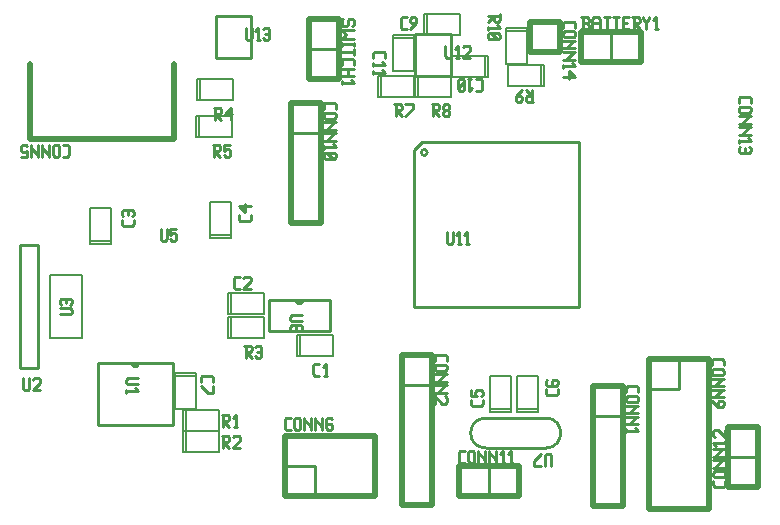
<source format=gbr>
G04 start of page 7 for group -4079 idx -4079
G04 Title: (unknown), topsilk *
G04 Creator: pcb 20070912 *
G04 CreationDate: Fri Dec  7 19:10:14 2007 UTC *
G04 For: sean *
G04 Format: Gerber/RS-274X *
G04 PCB-Dimensions: 260000 170000 *
G04 PCB-Coordinate-Origin: lower left *
%MOIN*%
%FSLAX24Y24*%
%LNFRONTSILK*%
%ADD11C,0.0100*%
%ADD12C,0.0200*%
%ADD42C,0.0080*%
%ADD43C,0.0060*%
G54D11*X10500Y13000D02*Y14000D01*
X9500Y13000D02*X10500D01*
G54D12*Y14000D02*X9500D01*
X10500Y10000D02*Y14000D01*
X9500Y10000D02*X10500D01*
X9500Y14000D02*Y10000D01*
G54D42*X6460Y13560D02*Y12860D01*
X7560Y13560D02*X6360D01*
X7560Y12860D02*Y13560D01*
X6360Y12860D02*X7560D01*
X6360Y13560D02*Y12860D01*
X6490Y14790D02*Y14090D01*
X7590Y14790D02*X6390D01*
X7590Y14090D02*Y14790D01*
X6390Y14090D02*X7590D01*
X6390Y14790D02*Y14090D01*
X6820Y9600D02*X7520D01*
X6820Y10700D02*Y9500D01*
Y10700D02*X7520D01*
Y9500D01*
X6820D02*X7520D01*
G54D43*X1475Y6165D02*X2538D01*
Y8251D02*Y6165D01*
X1475Y8251D02*X2538D01*
X1475D02*Y6165D01*
G54D11*X1080Y9260D02*X480D01*
X1080Y5160D02*Y9260D01*
X480Y5160D02*X1080D01*
X480Y9260D02*Y5160D01*
G54D12*X800Y15300D02*Y12800D01*
X5600Y15300D02*Y12800D01*
X800D02*X5600D01*
G54D42*X2820Y9400D02*X3520D01*
X2820Y10500D02*Y9300D01*
Y10500D02*X3520D01*
Y9300D01*
X2820D02*X3520D01*
X14050Y16960D02*Y16260D01*
X15150Y16960D02*X13950D01*
X15150Y16260D02*Y16960D01*
X13950Y16260D02*X15150D01*
X13950Y16960D02*Y16260D01*
X13760Y14900D02*Y14200D01*
X14860Y14900D02*X13660D01*
X14860Y14200D02*Y14900D01*
X13660Y14200D02*X14860D01*
X13660Y14900D02*Y14200D01*
X12900Y16150D02*X13600D01*
Y16250D02*Y15050D01*
X12900D02*X13600D01*
X12900Y16250D02*Y15050D01*
Y16250D02*X13600D01*
X12500Y14900D02*Y14200D01*
X13600Y14900D02*X12400D01*
X13600Y14200D02*Y14900D01*
X12400Y14200D02*X13600D01*
X12400Y14900D02*Y14200D01*
G54D11*X11100Y15800D02*Y16800D01*
X10100Y15800D02*X11100D01*
G54D12*Y16800D02*X10100D01*
X11100Y14800D02*Y16800D01*
X10100Y14800D02*X11100D01*
X10100Y16800D02*Y14800D01*
G54D42*X15980Y15560D02*Y14860D01*
X14880D02*X16080D01*
X14880Y15560D02*Y14860D01*
Y15560D02*X16080D01*
Y14860D01*
G54D11*X7000Y16900D02*Y15510D01*
X8180D01*
Y16900D01*
X7000D01*
G54D42*X16690Y16510D02*X17390D01*
X16690D02*Y15310D01*
X17390D01*
Y16510D02*Y15310D01*
X16690Y16410D02*X17390D01*
G54D11*X19190Y16360D02*X20190D01*
Y15360D01*
G54D12*X19190Y16360D02*Y15360D01*
Y16360D02*X21190D01*
Y15360D01*
X19190D02*X21190D01*
G54D42*X17950Y15260D02*Y14560D01*
X16750Y15260D02*X17950D01*
X16750D02*Y14560D01*
X17950D01*
X17850Y15260D02*Y14560D01*
G54D12*X17480Y16710D02*Y15710D01*
X18480D01*
Y16710D01*
X17480D01*
G54D11*Y15710D02*X18480D01*
Y16710D01*
X13600Y12420D02*X13880Y12700D01*
X13600Y7190D02*Y12420D01*
X19110Y7190D02*X13600D01*
X19110Y12700D02*Y7190D01*
X13880Y12700D02*X19110D01*
X13850Y12350D02*G75*G03X13850Y12350I100J0D01*G01*
X13650Y16300D02*Y14910D01*
X14830D01*
Y16300D01*
X13650D01*
X3070Y3280D02*Y5320D01*
X5570Y3280D02*X3070D01*
X5570Y5320D02*Y3280D01*
X4200Y5320D02*X5570D01*
X3070D02*X4440D01*
X4200D02*G75*G03X4440Y5320I120J0D01*G01*
G54D42*X6000Y3050D02*Y2350D01*
X7100Y3050D02*X5900D01*
X7100Y2350D02*Y3050D01*
X5900Y2350D02*X7100D01*
X5900Y3050D02*Y2350D01*
X6000Y3750D02*Y3050D01*
X7100Y3750D02*X5900D01*
X7100Y3050D02*Y3750D01*
X5900Y3050D02*X7100D01*
X5900Y3750D02*Y3050D01*
X5650Y4900D02*X6350D01*
Y5000D02*Y3800D01*
X5650D02*X6350D01*
X5650Y5000D02*Y3800D01*
Y5000D02*X6350D01*
X7500Y7650D02*Y6950D01*
X8600Y7650D02*X7400D01*
X8600Y6950D02*Y7650D01*
X7400Y6950D02*X8600D01*
X7400Y7650D02*Y6950D01*
G54D11*X22440Y4450D02*Y5450D01*
X21440Y4450D02*X22440D01*
G54D12*X23440Y5450D02*X21440D01*
X23440Y450D02*Y5450D01*
X21440Y450D02*X23440D01*
X21440Y5450D02*Y450D01*
G54D11*X20590Y3550D02*Y4550D01*
X19590Y3550D02*X20590D01*
G54D12*Y4550D02*X19590D01*
X20590Y550D02*Y4550D01*
X19590Y550D02*X20590D01*
X19590Y4550D02*Y550D01*
G54D11*X8770Y6400D02*Y7420D01*
X10820Y6400D02*X8770D01*
X10820Y7420D02*Y6400D01*
X9670Y7420D02*X10820D01*
X8770D02*X9910D01*
X9670D02*G75*G03X9910Y7420I120J0D01*G01*
G54D42*X7500Y6850D02*Y6150D01*
X8600Y6850D02*X7400D01*
X8600Y6150D02*Y6850D01*
X7400Y6150D02*X8600D01*
X7400Y6850D02*Y6150D01*
X9800Y6250D02*Y5550D01*
X10900Y6250D02*X9700D01*
X10900Y5550D02*Y6250D01*
X9700Y5550D02*X10900D01*
X9700Y6250D02*Y5550D01*
G54D11*X9300Y1900D02*X10300D01*
Y900D01*
G54D12*X9300Y2900D02*Y900D01*
Y2900D02*X12300D01*
Y900D01*
X9300D02*X12300D01*
G54D11*X24090Y2200D02*Y1200D01*
Y2200D02*X25090D01*
G54D12*X24090Y1200D02*X25090D01*
X24090Y3200D02*Y1200D01*
Y3200D02*X25090D01*
Y1200D01*
G54D11*X14200Y4600D02*Y5600D01*
X13200Y4600D02*X14200D01*
G54D12*Y5600D02*X13200D01*
X14200Y600D02*Y5600D01*
X13200Y600D02*X14200D01*
X13200Y5600D02*Y600D01*
G54D11*X15100Y1900D02*X16100D01*
Y900D01*
G54D12*X15100Y1900D02*Y900D01*
Y1900D02*X17100D01*
Y900D01*
X15100D02*X17100D01*
G54D11*X16000Y3500D02*X18000D01*
X16000Y2500D02*X18000D01*
X16000Y3500D02*G75*G03X16000Y2500I0J-500D01*G01*
X18000D02*G75*G03X18000Y3500I0J500D01*G01*
G54D42*X17050Y3800D02*X17750D01*
X17050Y4900D02*Y3700D01*
Y4900D02*X17750D01*
Y3700D01*
X17050D02*X17750D01*
X16150Y3800D02*X16850D01*
X16150Y4900D02*Y3700D01*
Y4900D02*X16850D01*
Y3700D01*
X16150D02*X16850D01*
G54D11*X1810Y6960D02*X2160D01*
X2210Y7010D01*
Y7110D02*Y7010D01*
Y7110D02*X2160Y7160D01*
X1810D02*X2160D01*
X1860Y7280D02*X1810Y7330D01*
Y7430D02*Y7330D01*
Y7430D02*X1860Y7480D01*
X2160D01*
X2210Y7430D02*X2160Y7480D01*
X2210Y7430D02*Y7330D01*
X2160Y7280D02*X2210Y7330D01*
X2010Y7480D02*Y7330D01*
X580Y4820D02*Y4470D01*
X630Y4420D01*
X730D01*
X780Y4470D01*
Y4820D02*Y4470D01*
X900Y4770D02*X950Y4820D01*
X1100D01*
X1150Y4770D01*
Y4670D01*
X900Y4420D02*X1150Y4670D01*
X900Y4420D02*X1150D01*
X4070Y4820D02*X4420D01*
X4070D02*X4020Y4770D01*
Y4670D01*
X4070Y4620D01*
X4420D01*
X4020Y4449D02*Y4349D01*
Y4399D02*X4420D01*
X4320Y4499D02*X4420Y4399D01*
X9540Y6920D02*X9890D01*
X9540D02*X9490Y6870D01*
Y6770D01*
X9540Y6720D01*
X9890D01*
Y6449D02*X9840Y6399D01*
X9890Y6549D02*Y6449D01*
X9840Y6599D02*X9890Y6549D01*
X9540Y6599D02*X9840D01*
X9540D02*X9490Y6549D01*
X9690Y6449D02*X9640Y6399D01*
X9690Y6599D02*Y6449D01*
X9490Y6549D02*Y6449D01*
X9540Y6399D01*
X9640D01*
X7200Y2900D02*X7400D01*
X7450Y2850D01*
Y2750D01*
X7400Y2700D02*X7450Y2750D01*
X7250Y2700D02*X7400D01*
X7250Y2900D02*Y2500D01*
Y2700D02*X7450Y2500D01*
X7570Y2850D02*X7620Y2900D01*
X7770D01*
X7820Y2850D01*
Y2750D01*
X7570Y2500D02*X7820Y2750D01*
X7570Y2500D02*X7820D01*
X7950Y5900D02*X8150D01*
X8200Y5850D01*
Y5750D01*
X8150Y5700D02*X8200Y5750D01*
X8000Y5700D02*X8150D01*
X8000Y5900D02*Y5500D01*
Y5700D02*X8200Y5500D01*
X8320Y5850D02*X8370Y5900D01*
X8470D01*
X8520Y5850D01*
Y5550D01*
X8470Y5500D02*X8520Y5550D01*
X8370Y5500D02*X8470D01*
X8320Y5550D02*X8370Y5500D01*
Y5700D02*X8520D01*
X7200Y3600D02*X7400D01*
X7450Y3550D01*
Y3450D01*
X7400Y3400D02*X7450Y3450D01*
X7250Y3400D02*X7400D01*
X7250Y3600D02*Y3200D01*
Y3400D02*X7450Y3200D01*
X7620D02*X7720D01*
X7670Y3600D02*Y3200D01*
X7570Y3500D02*X7670Y3600D01*
X6500Y4850D02*Y4700D01*
X6550Y4900D02*X6500Y4850D01*
X6550Y4900D02*X6850D01*
X6900Y4850D01*
Y4700D01*
X6500Y4579D02*X6750Y4329D01*
X6900D01*
Y4579D02*Y4329D01*
X10300Y4900D02*X10450D01*
X10250Y4950D02*X10300Y4900D01*
X10250Y5250D02*Y4950D01*
Y5250D02*X10300Y5300D01*
X10450D01*
X10620Y4900D02*X10720D01*
X10670Y5300D02*Y4900D01*
X10570Y5200D02*X10670Y5300D01*
X9350Y3100D02*X9500D01*
X9300Y3150D02*X9350Y3100D01*
X9300Y3450D02*Y3150D01*
Y3450D02*X9350Y3500D01*
X9500D01*
X9620Y3450D02*Y3150D01*
Y3450D02*X9670Y3500D01*
X9770D01*
X9820Y3450D01*
Y3150D01*
X9770Y3100D02*X9820Y3150D01*
X9670Y3100D02*X9770D01*
X9620Y3150D02*X9670Y3100D01*
X9940Y3500D02*Y3100D01*
Y3500D02*Y3450D01*
X10190Y3200D01*
Y3500D02*Y3100D01*
X10310Y3500D02*Y3100D01*
Y3500D02*Y3450D01*
X10560Y3200D01*
Y3500D02*Y3100D01*
X10830Y3500D02*X10880Y3450D01*
X10730Y3500D02*X10830D01*
X10680Y3450D02*X10730Y3500D01*
X10680Y3450D02*Y3150D01*
X10730Y3100D01*
X10830Y3300D02*X10880Y3250D01*
X10680Y3300D02*X10830D01*
X10730Y3100D02*X10830D01*
X10880Y3150D01*
Y3250D02*Y3150D01*
X7650Y7800D02*X7800D01*
X7600Y7850D02*X7650Y7800D01*
X7600Y8150D02*Y7850D01*
Y8150D02*X7650Y8200D01*
X7800D01*
X7920Y8150D02*X7970Y8200D01*
X8120D01*
X8170Y8150D01*
Y8050D01*
X7920Y7800D02*X8170Y8050D01*
X7920Y7800D02*X8170D01*
X13220Y16460D02*X13370D01*
X13170Y16510D02*X13220Y16460D01*
X13170Y16810D02*Y16510D01*
Y16810D02*X13220Y16860D01*
X13370D01*
X13490Y16460D02*X13690Y16660D01*
Y16810D02*Y16660D01*
X13640Y16860D02*X13690Y16810D01*
X13540Y16860D02*X13640D01*
X13490Y16810D02*X13540Y16860D01*
X13490Y16810D02*Y16710D01*
X13540Y16660D01*
X13690D01*
X14210Y13950D02*X14410D01*
X14460Y13900D01*
Y13800D01*
X14410Y13750D02*X14460Y13800D01*
X14260Y13750D02*X14410D01*
X14260Y13950D02*Y13550D01*
Y13750D02*X14460Y13550D01*
X14580Y13600D02*X14630Y13550D01*
X14580Y13700D02*Y13600D01*
Y13700D02*X14630Y13750D01*
X14730D01*
X14780Y13700D01*
Y13600D01*
X14730Y13550D02*X14780Y13600D01*
X14630Y13550D02*X14730D01*
X14580Y13800D02*X14630Y13750D01*
X14580Y13900D02*Y13800D01*
Y13900D02*X14630Y13950D01*
X14730D01*
X14780Y13900D01*
Y13800D01*
X14730Y13750D02*X14780Y13800D01*
X12950Y13950D02*X13150D01*
X13200Y13900D01*
Y13800D01*
X13150Y13750D02*X13200Y13800D01*
X13000Y13750D02*X13150D01*
X13000Y13950D02*Y13550D01*
Y13750D02*X13200Y13550D01*
X13320D02*X13570Y13800D01*
Y13950D02*Y13800D01*
X13320Y13950D02*X13570D01*
X10600D02*Y13800D01*
X10650Y14000D02*X10600Y13950D01*
X10650Y14000D02*X10950D01*
X11000Y13950D01*
Y13800D01*
X10650Y13679D02*X10950D01*
X11000Y13629D01*
Y13529D01*
X10950Y13479D01*
X10650D02*X10950D01*
X10600Y13529D02*X10650Y13479D01*
X10600Y13629D02*Y13529D01*
X10650Y13679D02*X10600Y13629D01*
Y13359D02*X11000D01*
X10950D02*X11000D01*
X10950D02*X10700Y13109D01*
X10600D02*X11000D01*
X10600Y12989D02*X11000D01*
X10950D02*X11000D01*
X10950D02*X10700Y12739D01*
X10600D02*X11000D01*
X10600Y12569D02*Y12469D01*
Y12519D02*X11000D01*
X10900Y12619D02*X11000Y12519D01*
X10650Y12349D02*X10600Y12299D01*
X10650Y12349D02*X10950D01*
X11000Y12299D01*
Y12199D01*
X10950Y12149D01*
X10650D02*X10950D01*
X10600Y12199D02*X10650Y12149D01*
X10600Y12299D02*Y12199D01*
X10700Y12349D02*X10900Y12149D01*
X6910Y12610D02*X7110D01*
X7160Y12560D01*
Y12460D01*
X7110Y12410D02*X7160Y12460D01*
X6960Y12410D02*X7110D01*
X6960Y12610D02*Y12210D01*
Y12410D02*X7160Y12210D01*
X7280Y12610D02*X7480D01*
X7280D02*Y12410D01*
X7330Y12460D01*
X7430D01*
X7480Y12410D01*
Y12260D01*
X7430Y12210D02*X7480Y12260D01*
X7330Y12210D02*X7430D01*
X7280Y12260D02*X7330Y12210D01*
X6940Y13840D02*X7140D01*
X7190Y13790D01*
Y13690D01*
X7140Y13640D02*X7190Y13690D01*
X6990Y13640D02*X7140D01*
X6990Y13840D02*Y13440D01*
Y13640D02*X7190Y13440D01*
X7310Y13640D02*X7510Y13840D01*
X7310Y13640D02*X7560D01*
X7510Y13840D02*Y13440D01*
X24430Y14150D02*Y14000D01*
X24480Y14200D02*X24430Y14150D01*
X24480Y14200D02*X24780D01*
X24830Y14150D01*
Y14000D01*
X24480Y13879D02*X24780D01*
X24830Y13829D01*
Y13729D01*
X24780Y13679D01*
X24480D02*X24780D01*
X24430Y13729D02*X24480Y13679D01*
X24430Y13829D02*Y13729D01*
X24480Y13879D02*X24430Y13829D01*
Y13559D02*X24830D01*
X24780D02*X24830D01*
X24780D02*X24530Y13309D01*
X24430D02*X24830D01*
X24430Y13189D02*X24830D01*
X24780D02*X24830D01*
X24780D02*X24530Y12939D01*
X24430D02*X24830D01*
X24430Y12769D02*Y12669D01*
Y12719D02*X24830D01*
X24730Y12819D02*X24830Y12719D01*
X24780Y12549D02*X24830Y12499D01*
Y12399D01*
X24780Y12349D01*
X24480D02*X24780D01*
X24430Y12399D02*X24480Y12349D01*
X24430Y12499D02*Y12399D01*
X24480Y12549D02*X24430Y12499D01*
X24630D02*Y12349D01*
X1900Y12600D02*X2050D01*
X2100Y12550D02*X2050Y12600D01*
X2100Y12550D02*Y12250D01*
X2050Y12200D01*
X1900D02*X2050D01*
X1779Y12550D02*Y12250D01*
X1729Y12200D01*
X1629D02*X1729D01*
X1629D02*X1579Y12250D01*
Y12550D02*Y12250D01*
X1629Y12600D02*X1579Y12550D01*
X1629Y12600D02*X1729D01*
X1779Y12550D02*X1729Y12600D01*
X1459D02*Y12200D01*
Y12250D02*Y12200D01*
Y12250D02*X1209Y12500D01*
Y12600D02*Y12200D01*
X1089Y12600D02*Y12200D01*
Y12250D02*Y12200D01*
Y12250D02*X839Y12500D01*
Y12600D02*Y12200D01*
X519D02*X719D01*
Y12400D02*Y12200D01*
Y12400D02*X669Y12350D01*
X569D02*X669D01*
X569D02*X519Y12400D01*
Y12550D02*Y12400D01*
X569Y12600D02*X519Y12550D01*
X569Y12600D02*X669D01*
X719Y12550D02*X669Y12600D01*
X12250Y15650D02*Y15500D01*
X12300Y15700D02*X12250Y15650D01*
X12300Y15700D02*X12600D01*
X12650Y15650D01*
Y15500D01*
X12250Y15329D02*Y15229D01*
Y15279D02*X12650D01*
X12550Y15379D02*X12650Y15279D01*
X12250Y15059D02*Y14959D01*
Y15009D02*X12650D01*
X12550Y15109D02*X12650Y15009D01*
X11600Y16600D02*X11550Y16550D01*
X11600Y16750D02*Y16600D01*
X11550Y16800D02*X11600Y16750D01*
X11450Y16800D02*X11550D01*
X11450D02*X11400Y16750D01*
Y16600D01*
X11350Y16550D01*
X11250D02*X11350D01*
X11200Y16600D02*X11250Y16550D01*
X11200Y16750D02*Y16600D01*
X11250Y16800D02*X11200Y16750D01*
Y16429D02*X11600D01*
X11200D02*X11350Y16279D01*
X11200Y16129D01*
X11600D01*
Y16009D02*Y15909D01*
X11200Y15959D02*X11600D01*
X11200Y16009D02*Y15909D01*
X11600Y15789D02*Y15589D01*
X11200Y15689D02*X11600D01*
X11200Y15419D02*Y15269D01*
X11250Y15469D02*X11200Y15419D01*
X11250Y15469D02*X11550D01*
X11600Y15419D01*
Y15269D01*
X11200Y15149D02*X11600D01*
X11200Y14899D02*X11600D01*
X11400Y15149D02*Y14899D01*
X11200Y14729D02*Y14629D01*
Y14679D02*X11600D01*
X11500Y14779D02*X11600Y14679D01*
X15680Y14810D02*X15830D01*
X15880Y14760D02*X15830Y14810D01*
X15880Y14760D02*Y14460D01*
X15830Y14410D01*
X15680D02*X15830D01*
X15409Y14810D02*X15509D01*
X15459D02*Y14410D01*
X15559Y14510D02*X15459Y14410D01*
X15289Y14760D02*X15239Y14810D01*
X15289Y14760D02*Y14460D01*
X15239Y14410D01*
X15139D02*X15239D01*
X15139D02*X15089Y14460D01*
Y14760D02*Y14460D01*
X15139Y14810D02*X15089Y14760D01*
X15139Y14810D02*X15239D01*
X15289Y14710D02*X15089Y14510D01*
X16470Y16960D02*Y16760D01*
X16420Y16710D01*
X16320D02*X16420D01*
X16270Y16760D02*X16320Y16710D01*
X16270Y16910D02*Y16760D01*
X16070Y16910D02*X16470D01*
X16270D02*X16070Y16710D01*
Y16539D02*Y16439D01*
Y16489D02*X16470D01*
X16370Y16589D02*X16470Y16489D01*
X16120Y16319D02*X16070Y16269D01*
X16120Y16319D02*X16420D01*
X16470Y16269D01*
Y16169D01*
X16420Y16119D01*
X16120D02*X16420D01*
X16070Y16169D02*X16120Y16119D01*
X16070Y16269D02*Y16169D01*
X16170Y16319D02*X16370Y16119D01*
X14650Y15900D02*Y15550D01*
X14700Y15500D01*
X14800D01*
X14850Y15550D01*
Y15900D02*Y15550D01*
X15020Y15500D02*X15120D01*
X15070Y15900D02*Y15500D01*
X14970Y15800D02*X15070Y15900D01*
X15240Y15850D02*X15290Y15900D01*
X15440D01*
X15490Y15850D01*
Y15750D01*
X15240Y15500D02*X15490Y15750D01*
X15240Y15500D02*X15490D01*
X17380Y14040D02*X17580D01*
X17380D02*X17330Y14090D01*
Y14190D02*Y14090D01*
X17380Y14240D02*X17330Y14190D01*
X17380Y14240D02*X17530D01*
Y14440D02*Y14040D01*
Y14240D02*X17330Y14440D01*
X17209D02*X17009Y14240D01*
Y14090D01*
X17059Y14040D02*X17009Y14090D01*
X17059Y14040D02*X17159D01*
X17209Y14090D02*X17159Y14040D01*
X17209Y14190D02*Y14090D01*
Y14190D02*X17159Y14240D01*
X17009D02*X17159D01*
X18580Y16660D02*Y16510D01*
X18630Y16710D02*X18580Y16660D01*
X18630Y16710D02*X18930D01*
X18980Y16660D01*
Y16510D01*
X18630Y16389D02*X18930D01*
X18980Y16339D01*
Y16239D01*
X18930Y16189D01*
X18630D02*X18930D01*
X18580Y16239D02*X18630Y16189D01*
X18580Y16339D02*Y16239D01*
X18630Y16389D02*X18580Y16339D01*
Y16069D02*X18980D01*
X18930D02*X18980D01*
X18930D02*X18680Y15819D01*
X18580D02*X18980D01*
X18580Y15699D02*X18980D01*
X18930D02*X18980D01*
X18930D02*X18680Y15449D01*
X18580D02*X18980D01*
X18580Y15279D02*Y15179D01*
Y15229D02*X18980D01*
X18880Y15329D02*X18980Y15229D01*
X18780Y15059D02*X18980Y14859D01*
X18780Y15059D02*Y14809D01*
X18580Y14859D02*X18980D01*
X8000Y16500D02*Y16150D01*
X8050Y16100D01*
X8150D01*
X8200Y16150D01*
Y16500D02*Y16150D01*
X8370Y16100D02*X8470D01*
X8420Y16500D02*Y16100D01*
X8320Y16400D02*X8420Y16500D01*
X8590Y16450D02*X8640Y16500D01*
X8740D01*
X8790Y16450D01*
Y16150D01*
X8740Y16100D02*X8790Y16150D01*
X8640Y16100D02*X8740D01*
X8590Y16150D02*X8640Y16100D01*
Y16300D02*X8790D01*
X19190Y16460D02*X19390D01*
X19440Y16510D01*
Y16610D02*Y16510D01*
X19390Y16660D02*X19440Y16610D01*
X19240Y16660D02*X19390D01*
X19240Y16860D02*Y16460D01*
X19190Y16860D02*X19390D01*
X19440Y16810D01*
Y16710D01*
X19390Y16660D02*X19440Y16710D01*
X19560Y16810D02*Y16460D01*
Y16810D02*X19610Y16860D01*
X19760D01*
X19810Y16810D01*
Y16460D01*
X19560Y16660D02*X19810D01*
X19930Y16860D02*X20130D01*
X20030D02*Y16460D01*
X20250Y16860D02*X20450D01*
X20350D02*Y16460D01*
X20570Y16660D02*X20720D01*
X20570Y16460D02*X20770D01*
X20570Y16860D02*Y16460D01*
Y16860D02*X20770D01*
X20890D02*X21090D01*
X21140Y16810D01*
Y16710D01*
X21090Y16660D02*X21140Y16710D01*
X20940Y16660D02*X21090D01*
X20940Y16860D02*Y16460D01*
Y16660D02*X21140Y16460D01*
X21260Y16860D02*Y16810D01*
X21360Y16710D01*
X21460Y16810D01*
Y16860D02*Y16810D01*
X21360Y16710D02*Y16460D01*
X21630D02*X21730D01*
X21680Y16860D02*Y16460D01*
X21580Y16760D02*X21680Y16860D01*
X8170Y10250D02*Y10100D01*
X8120Y10050D02*X8170Y10100D01*
X7820Y10050D02*X8120D01*
X7820D02*X7770Y10100D01*
Y10250D02*Y10100D01*
X7970Y10370D02*X7770Y10570D01*
X7970Y10620D02*Y10370D01*
X7770Y10570D02*X8170D01*
X4270Y10100D02*Y9950D01*
X4220Y9900D02*X4270Y9950D01*
X3920Y9900D02*X4220D01*
X3920D02*X3870Y9950D01*
Y10100D02*Y9950D01*
X3920Y10220D02*X3870Y10270D01*
Y10370D02*Y10270D01*
Y10370D02*X3920Y10420D01*
X4220D01*
X4270Y10370D02*X4220Y10420D01*
X4270Y10370D02*Y10270D01*
X4220Y10220D02*X4270Y10270D01*
X4070Y10420D02*Y10270D01*
X5170Y9800D02*Y9450D01*
X5220Y9400D01*
X5320D01*
X5370Y9450D01*
Y9800D02*Y9450D01*
X5490Y9800D02*X5690D01*
X5490D02*Y9600D01*
X5540Y9650D01*
X5640D01*
X5690Y9600D01*
Y9450D01*
X5640Y9400D02*X5690Y9450D01*
X5540Y9400D02*X5640D01*
X5490Y9450D02*X5540Y9400D01*
X14700Y9700D02*Y9350D01*
X14750Y9300D01*
X14850D01*
X14900Y9350D01*
Y9700D02*Y9350D01*
X15070Y9300D02*X15170D01*
X15120Y9700D02*Y9300D01*
X15020Y9600D02*X15120Y9700D01*
X15340Y9300D02*X15440D01*
X15390Y9700D02*Y9300D01*
X15290Y9600D02*X15390Y9700D01*
X23540Y5400D02*Y5250D01*
X23590Y5450D02*X23540Y5400D01*
X23590Y5450D02*X23890D01*
X23940Y5400D01*
Y5250D01*
X23590Y5129D02*X23890D01*
X23940Y5079D01*
Y4979D01*
X23890Y4929D01*
X23590D02*X23890D01*
X23540Y4979D02*X23590Y4929D01*
X23540Y5079D02*Y4979D01*
X23590Y5129D02*X23540Y5079D01*
Y4809D02*X23940D01*
X23890D02*X23940D01*
X23890D02*X23640Y4559D01*
X23540D02*X23940D01*
X23540Y4439D02*X23940D01*
X23890D02*X23940D01*
X23890D02*X23640Y4189D01*
X23540D02*X23940D01*
X23540Y4069D02*X23740Y3869D01*
X23890D01*
X23940Y3919D02*X23890Y3869D01*
X23940Y4019D02*Y3919D01*
X23890Y4069D02*X23940Y4019D01*
X23790Y4069D02*X23890D01*
X23790D02*X23740Y4019D01*
Y3869D01*
X23990Y1400D02*Y1250D01*
X23940Y1200D02*X23990Y1250D01*
X23640Y1200D02*X23940D01*
X23640D02*X23590Y1250D01*
Y1400D02*Y1250D01*
X23640Y1520D02*X23940D01*
X23640D02*X23590Y1570D01*
Y1670D02*Y1570D01*
Y1670D02*X23640Y1720D01*
X23940D01*
X23990Y1670D02*X23940Y1720D01*
X23990Y1670D02*Y1570D01*
X23940Y1520D02*X23990Y1570D01*
X23590Y1840D02*X23990D01*
X23590D02*X23640D01*
X23890Y2090D01*
X23590D02*X23990D01*
X23590Y2210D02*X23990D01*
X23590D02*X23640D01*
X23890Y2460D01*
X23590D02*X23990D01*
Y2730D02*Y2630D01*
X23590Y2680D02*X23990D01*
X23690Y2580D02*X23590Y2680D01*
X23640Y2850D02*X23590Y2900D01*
Y3050D02*Y2900D01*
Y3050D02*X23640Y3100D01*
X23740D01*
X23990Y2850D02*X23740Y3100D01*
X23990D02*Y2850D01*
X20690Y4500D02*Y4350D01*
X20740Y4550D02*X20690Y4500D01*
X20740Y4550D02*X21040D01*
X21090Y4500D01*
Y4350D01*
X20740Y4229D02*X21040D01*
X21090Y4179D01*
Y4079D01*
X21040Y4029D01*
X20740D02*X21040D01*
X20690Y4079D02*X20740Y4029D01*
X20690Y4179D02*Y4079D01*
X20740Y4229D02*X20690Y4179D01*
Y3909D02*X21090D01*
X21040D02*X21090D01*
X21040D02*X20790Y3659D01*
X20690D02*X21090D01*
X20690Y3539D02*X21090D01*
X21040D02*X21090D01*
X21040D02*X20790Y3289D01*
X20690D02*X21090D01*
X20690Y3119D02*Y3019D01*
Y3069D02*X21090D01*
X20990Y3169D02*X21090Y3069D01*
X14300Y5550D02*Y5400D01*
X14350Y5600D02*X14300Y5550D01*
X14350Y5600D02*X14650D01*
X14700Y5550D01*
Y5400D01*
X14350Y5279D02*X14650D01*
X14700Y5229D01*
Y5129D01*
X14650Y5079D01*
X14350D02*X14650D01*
X14300Y5129D02*X14350Y5079D01*
X14300Y5229D02*Y5129D01*
X14350Y5279D02*X14300Y5229D01*
Y4959D02*X14700D01*
X14650D02*X14700D01*
X14650D02*X14400Y4709D01*
X14300D02*X14700D01*
X14300Y4589D02*X14700D01*
X14650D02*X14700D01*
X14650D02*X14400Y4339D01*
X14300D02*X14700D01*
X14650Y4219D02*X14700Y4169D01*
Y4019D01*
X14650Y3969D01*
X14550D02*X14650D01*
X14300Y4219D02*X14550Y3969D01*
X14300Y4219D02*Y3969D01*
X15150Y2000D02*X15300D01*
X15100Y2050D02*X15150Y2000D01*
X15100Y2350D02*Y2050D01*
Y2350D02*X15150Y2400D01*
X15300D01*
X15420Y2350D02*Y2050D01*
Y2350D02*X15470Y2400D01*
X15570D01*
X15620Y2350D01*
Y2050D01*
X15570Y2000D02*X15620Y2050D01*
X15470Y2000D02*X15570D01*
X15420Y2050D02*X15470Y2000D01*
X15740Y2400D02*Y2000D01*
Y2400D02*Y2350D01*
X15990Y2100D01*
Y2400D02*Y2000D01*
X16110Y2400D02*Y2000D01*
Y2400D02*Y2350D01*
X16360Y2100D01*
Y2400D02*Y2000D01*
X16530D02*X16630D01*
X16580Y2400D02*Y2000D01*
X16480Y2300D02*X16580Y2400D01*
X16800Y2000D02*X16900D01*
X16850Y2400D02*Y2000D01*
X16750Y2300D02*X16850Y2400D01*
X18180Y2250D02*Y1900D01*
Y2250D02*X18130Y2300D01*
X18030D02*X18130D01*
X18030D02*X17980Y2250D01*
Y1900D01*
X17859Y2300D02*X17609Y2050D01*
Y1900D01*
X17859D01*
X18400Y4450D02*Y4300D01*
X18350Y4250D02*X18400Y4300D01*
X18050Y4250D02*X18350D01*
X18050D02*X18000Y4300D01*
Y4450D02*Y4300D01*
Y4720D02*X18050Y4770D01*
X18000Y4720D02*Y4620D01*
X18050Y4570D02*X18000Y4620D01*
X18050Y4570D02*X18350D01*
X18400Y4620D01*
X18200Y4720D02*X18250Y4770D01*
X18200Y4720D02*Y4570D01*
X18400Y4720D02*Y4620D01*
Y4720D02*X18350Y4770D01*
X18250D02*X18350D01*
X15900Y4100D02*Y3950D01*
X15850Y3900D02*X15900Y3950D01*
X15550Y3900D02*X15850D01*
X15550D02*X15500Y3950D01*
Y4100D02*Y3950D01*
Y4420D02*Y4220D01*
X15700D01*
X15650Y4270D01*
Y4370D02*Y4270D01*
Y4370D02*X15700Y4420D01*
X15850D01*
X15900Y4370D02*X15850Y4420D01*
X15900Y4370D02*Y4270D01*
X15850Y4220D02*X15900Y4270D01*
M02*

</source>
